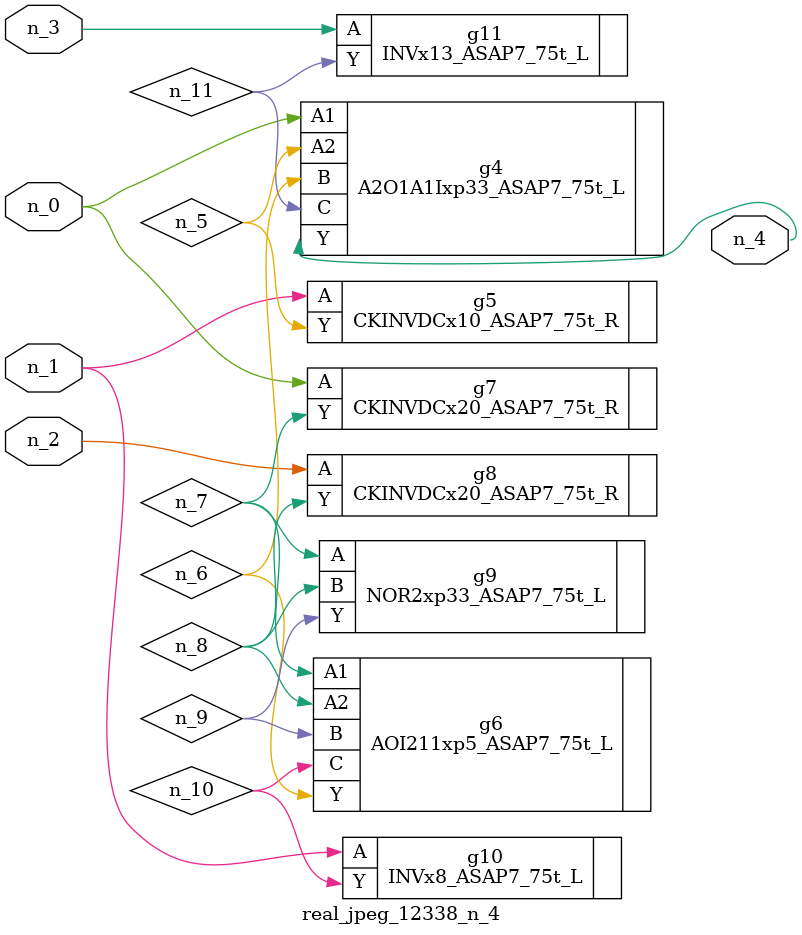
<source format=v>
module real_jpeg_12338_n_4 (n_3, n_1, n_0, n_2, n_4);

input n_3;
input n_1;
input n_0;
input n_2;

output n_4;

wire n_5;
wire n_8;
wire n_11;
wire n_6;
wire n_7;
wire n_10;
wire n_9;

A2O1A1Ixp33_ASAP7_75t_L g4 ( 
.A1(n_0),
.A2(n_5),
.B(n_6),
.C(n_11),
.Y(n_4)
);

CKINVDCx20_ASAP7_75t_R g7 ( 
.A(n_0),
.Y(n_7)
);

CKINVDCx10_ASAP7_75t_R g5 ( 
.A(n_1),
.Y(n_5)
);

INVx8_ASAP7_75t_L g10 ( 
.A(n_1),
.Y(n_10)
);

CKINVDCx20_ASAP7_75t_R g8 ( 
.A(n_2),
.Y(n_8)
);

INVx13_ASAP7_75t_L g11 ( 
.A(n_3),
.Y(n_11)
);

AOI211xp5_ASAP7_75t_L g6 ( 
.A1(n_7),
.A2(n_8),
.B(n_9),
.C(n_10),
.Y(n_6)
);

NOR2xp33_ASAP7_75t_L g9 ( 
.A(n_7),
.B(n_8),
.Y(n_9)
);


endmodule
</source>
